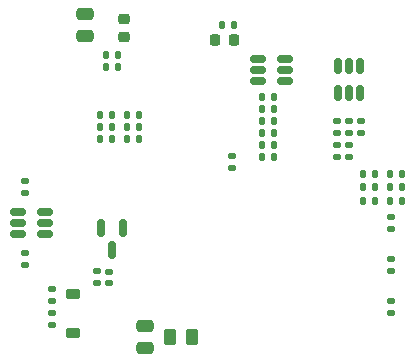
<source format=gbr>
%TF.GenerationSoftware,KiCad,Pcbnew,8.0.5*%
%TF.CreationDate,2024-09-12T14:04:12+03:00*%
%TF.ProjectId,Small_ESC,536d616c-6c5f-4455-9343-2e6b69636164,rev?*%
%TF.SameCoordinates,Original*%
%TF.FileFunction,Paste,Bot*%
%TF.FilePolarity,Positive*%
%FSLAX46Y46*%
G04 Gerber Fmt 4.6, Leading zero omitted, Abs format (unit mm)*
G04 Created by KiCad (PCBNEW 8.0.5) date 2024-09-12 14:04:12*
%MOMM*%
%LPD*%
G01*
G04 APERTURE LIST*
G04 Aperture macros list*
%AMRoundRect*
0 Rectangle with rounded corners*
0 $1 Rounding radius*
0 $2 $3 $4 $5 $6 $7 $8 $9 X,Y pos of 4 corners*
0 Add a 4 corners polygon primitive as box body*
4,1,4,$2,$3,$4,$5,$6,$7,$8,$9,$2,$3,0*
0 Add four circle primitives for the rounded corners*
1,1,$1+$1,$2,$3*
1,1,$1+$1,$4,$5*
1,1,$1+$1,$6,$7*
1,1,$1+$1,$8,$9*
0 Add four rect primitives between the rounded corners*
20,1,$1+$1,$2,$3,$4,$5,0*
20,1,$1+$1,$4,$5,$6,$7,0*
20,1,$1+$1,$6,$7,$8,$9,0*
20,1,$1+$1,$8,$9,$2,$3,0*%
G04 Aperture macros list end*
%ADD10RoundRect,0.135000X-0.185000X0.135000X-0.185000X-0.135000X0.185000X-0.135000X0.185000X0.135000X0*%
%ADD11RoundRect,0.135000X0.135000X0.185000X-0.135000X0.185000X-0.135000X-0.185000X0.135000X-0.185000X0*%
%ADD12RoundRect,0.250000X0.262500X0.450000X-0.262500X0.450000X-0.262500X-0.450000X0.262500X-0.450000X0*%
%ADD13RoundRect,0.150000X-0.512500X-0.150000X0.512500X-0.150000X0.512500X0.150000X-0.512500X0.150000X0*%
%ADD14RoundRect,0.135000X-0.135000X-0.185000X0.135000X-0.185000X0.135000X0.185000X-0.135000X0.185000X0*%
%ADD15RoundRect,0.250000X0.475000X-0.250000X0.475000X0.250000X-0.475000X0.250000X-0.475000X-0.250000X0*%
%ADD16RoundRect,0.135000X0.185000X-0.135000X0.185000X0.135000X-0.185000X0.135000X-0.185000X-0.135000X0*%
%ADD17RoundRect,0.140000X-0.170000X0.140000X-0.170000X-0.140000X0.170000X-0.140000X0.170000X0.140000X0*%
%ADD18RoundRect,0.140000X0.140000X0.170000X-0.140000X0.170000X-0.140000X-0.170000X0.140000X-0.170000X0*%
%ADD19RoundRect,0.150000X0.512500X0.150000X-0.512500X0.150000X-0.512500X-0.150000X0.512500X-0.150000X0*%
%ADD20RoundRect,0.140000X-0.140000X-0.170000X0.140000X-0.170000X0.140000X0.170000X-0.140000X0.170000X0*%
%ADD21RoundRect,0.225000X-0.225000X-0.250000X0.225000X-0.250000X0.225000X0.250000X-0.225000X0.250000X0*%
%ADD22RoundRect,0.225000X0.375000X-0.225000X0.375000X0.225000X-0.375000X0.225000X-0.375000X-0.225000X0*%
%ADD23RoundRect,0.150000X0.150000X-0.512500X0.150000X0.512500X-0.150000X0.512500X-0.150000X-0.512500X0*%
%ADD24RoundRect,0.225000X0.250000X-0.225000X0.250000X0.225000X-0.250000X0.225000X-0.250000X-0.225000X0*%
%ADD25RoundRect,0.150000X-0.150000X0.587500X-0.150000X-0.587500X0.150000X-0.587500X0.150000X0.587500X0*%
G04 APERTURE END LIST*
D10*
%TO.C,R15*%
X32766000Y28450000D03*
X32766000Y27430000D03*
%TD*%
%TO.C,R28*%
X36322000Y13210000D03*
X36322000Y12190000D03*
%TD*%
D11*
%TO.C,R29*%
X37213000Y22860000D03*
X36193000Y22860000D03*
%TD*%
%TO.C,R19*%
X26401357Y29464000D03*
X25381357Y29464000D03*
%TD*%
%TO.C,R10*%
X26397431Y25400000D03*
X25377431Y25400000D03*
%TD*%
%TO.C,R13*%
X22989000Y36576000D03*
X21969000Y36576000D03*
%TD*%
D12*
%TO.C,R18*%
X19454500Y10160000D03*
X17629500Y10160000D03*
%TD*%
D13*
%TO.C,U1*%
X6979500Y18862000D03*
X6979500Y19812000D03*
X6979500Y20762000D03*
X4704500Y20762000D03*
X4704500Y19812000D03*
X4704500Y18862000D03*
%TD*%
D14*
%TO.C,R24*%
X33907000Y24003000D03*
X34927000Y24003000D03*
%TD*%
D10*
%TO.C,R33*%
X11430000Y15752000D03*
X11430000Y14732000D03*
%TD*%
D11*
%TO.C,R20*%
X26418000Y30480000D03*
X25398000Y30480000D03*
%TD*%
D15*
%TO.C,C6*%
X10414000Y37526000D03*
X10414000Y35626000D03*
%TD*%
D10*
%TO.C,R30*%
X36322000Y16766000D03*
X36322000Y15746000D03*
%TD*%
%TO.C,R32*%
X36322000Y20322000D03*
X36322000Y19302000D03*
%TD*%
D16*
%TO.C,R17*%
X22860000Y24509000D03*
X22860000Y25529000D03*
%TD*%
D11*
%TO.C,R27*%
X37213000Y24003000D03*
X36193000Y24003000D03*
%TD*%
%TO.C,R21*%
X12700000Y28956000D03*
X11680000Y28956000D03*
%TD*%
%TO.C,R31*%
X37213000Y21717000D03*
X36193000Y21717000D03*
%TD*%
D15*
%TO.C,C20*%
X15494000Y11110000D03*
X15494000Y9210000D03*
%TD*%
D10*
%TO.C,R16*%
X33782000Y28450000D03*
X33782000Y27430000D03*
%TD*%
D17*
%TO.C,C17*%
X12446000Y14762000D03*
X12446000Y15722000D03*
%TD*%
D18*
%TO.C,C26*%
X12220000Y33020000D03*
X13180000Y33020000D03*
%TD*%
D11*
%TO.C,R14*%
X26412565Y28448000D03*
X25392565Y28448000D03*
%TD*%
D16*
%TO.C,R3*%
X7620000Y11174000D03*
X7620000Y12194000D03*
%TD*%
%TO.C,R7*%
X31750000Y27430000D03*
X31750000Y28450000D03*
%TD*%
D18*
%TO.C,C7*%
X12220000Y34036000D03*
X13180000Y34036000D03*
%TD*%
D11*
%TO.C,R12*%
X26407433Y27432000D03*
X25387433Y27432000D03*
%TD*%
D10*
%TO.C,R4*%
X7620000Y14226000D03*
X7620000Y13206000D03*
%TD*%
D19*
%TO.C,U3*%
X27299500Y33716000D03*
X27299500Y32766000D03*
X27299500Y31816000D03*
X25024500Y31816000D03*
X25024500Y32766000D03*
X25024500Y33716000D03*
%TD*%
D10*
%TO.C,R8*%
X31750000Y26418000D03*
X31750000Y25398000D03*
%TD*%
D14*
%TO.C,R25*%
X33907000Y22860000D03*
X34927000Y22860000D03*
%TD*%
D10*
%TO.C,R5*%
X5334000Y23370000D03*
X5334000Y22350000D03*
%TD*%
D11*
%TO.C,R23*%
X12700000Y26924000D03*
X11680000Y26924000D03*
%TD*%
D20*
%TO.C,C25*%
X14956000Y26924000D03*
X13996000Y26924000D03*
%TD*%
D21*
%TO.C,C8*%
X23000000Y35306000D03*
X21450000Y35306000D03*
%TD*%
D10*
%TO.C,R9*%
X32766000Y26418000D03*
X32766000Y25398000D03*
%TD*%
D11*
%TO.C,R22*%
X12700000Y27940000D03*
X11680000Y27940000D03*
%TD*%
D22*
%TO.C,D1*%
X9398000Y10542000D03*
X9398000Y13842000D03*
%TD*%
D16*
%TO.C,R6*%
X5334000Y16254000D03*
X5334000Y17274000D03*
%TD*%
D14*
%TO.C,R26*%
X33907000Y21717000D03*
X34927000Y21717000D03*
%TD*%
D11*
%TO.C,R11*%
X26391187Y26416000D03*
X25371187Y26416000D03*
%TD*%
D20*
%TO.C,C24*%
X14956000Y27940000D03*
X13996000Y27940000D03*
%TD*%
D23*
%TO.C,U4*%
X33716000Y33141500D03*
X32766000Y33141500D03*
X31816000Y33141500D03*
X31816000Y30866500D03*
X32766000Y30866500D03*
X33716000Y30866500D03*
%TD*%
D24*
%TO.C,C5*%
X13716000Y37097000D03*
X13716000Y35547000D03*
%TD*%
D25*
%TO.C,U2*%
X11750000Y19428700D03*
X13650000Y19428700D03*
X12700000Y17553700D03*
%TD*%
D20*
%TO.C,C23*%
X14956000Y28956000D03*
X13996000Y28956000D03*
%TD*%
M02*

</source>
